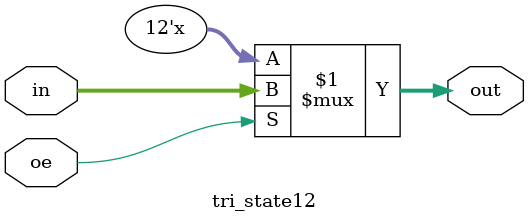
<source format=v>

module tri_state12(in, oe, out);

	input [11:0] in;
	input oe;
	output [11:0] out;
	
	assign out = oe ? in : 12'dz;


endmodule
</source>
